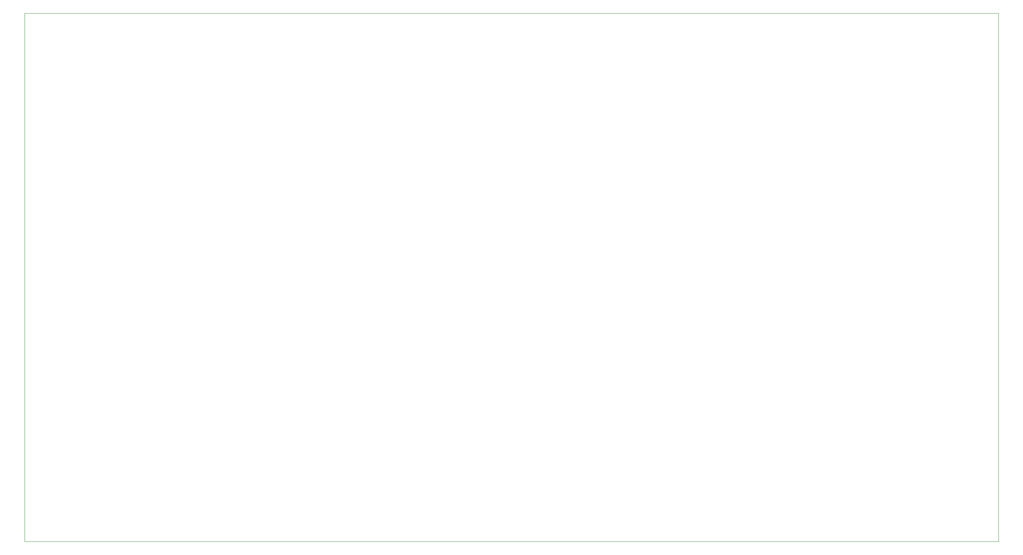
<source format=gbr>
%TF.GenerationSoftware,KiCad,Pcbnew,7.0.5*%
%TF.CreationDate,2023-10-10T15:43:30-03:00*%
%TF.ProjectId,intex_spa_V4,696e7465-785f-4737-9061-5f56342e6b69,Marcio Ant_o*%
%TF.SameCoordinates,Original*%
%TF.FileFunction,Profile,NP*%
%FSLAX46Y46*%
G04 Gerber Fmt 4.6, Leading zero omitted, Abs format (unit mm)*
G04 Created by KiCad (PCBNEW 7.0.5) date 2023-10-10 15:43:30*
%MOMM*%
%LPD*%
G01*
G04 APERTURE LIST*
%TA.AperFunction,Profile*%
%ADD10C,0.100000*%
%TD*%
G04 APERTURE END LIST*
D10*
X27540000Y-31840000D02*
X27540000Y-153840000D01*
X252529123Y-31840000D02*
X252529123Y-153839819D01*
X252529123Y-31840000D02*
X27540000Y-31840000D01*
X252538704Y-153839819D02*
X27538704Y-153839819D01*
M02*

</source>
